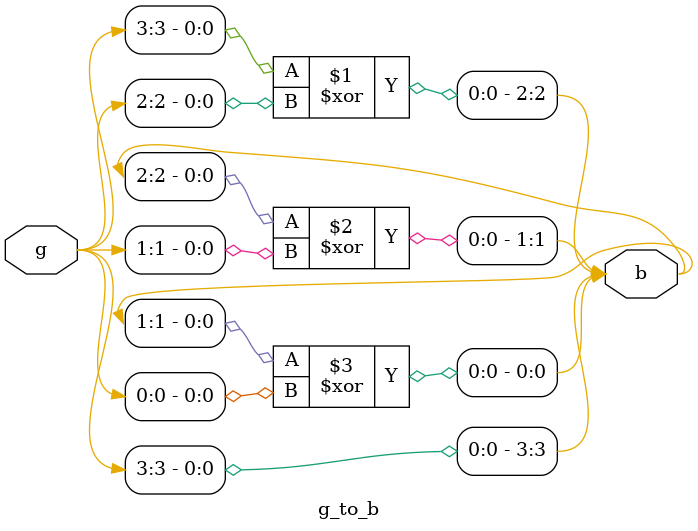
<source format=v>
module g_to_b(g,b);
    input [3:0] g;
    output [3:0] b;

	assign b[3] = g[3];
	xor x1(b[2],g[3],g[2]);
	xor x2(b[1],b[2],g[1]);
	xor x3(b[0],b[1],g[0]);
	
endmodule

</source>
